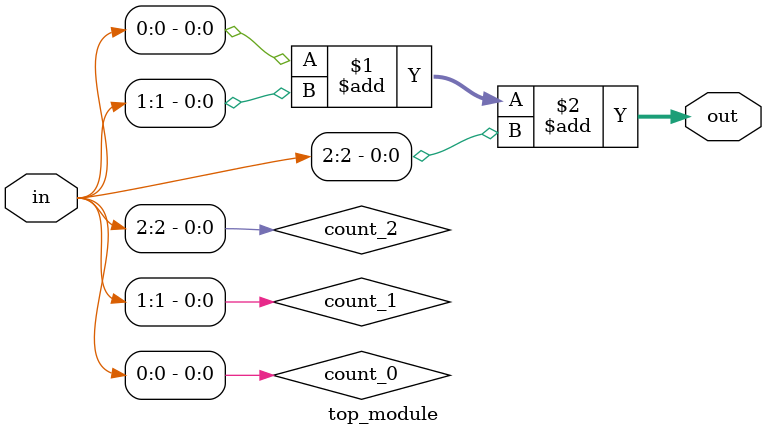
<source format=v>

module top_module (
	input [2:0] in,
	output [1:0] out
);

// Internal signals to hold intermediate results
wire count_0, count_1, count_2;

// Count the number of '1's in each bit position
assign count_0 = in[0];
assign count_1 = in[1];
assign count_2 = in[2];

// Sum the counts to get the total number of '1's
assign out = count_0 + count_1 + count_2;

endmodule

</source>
